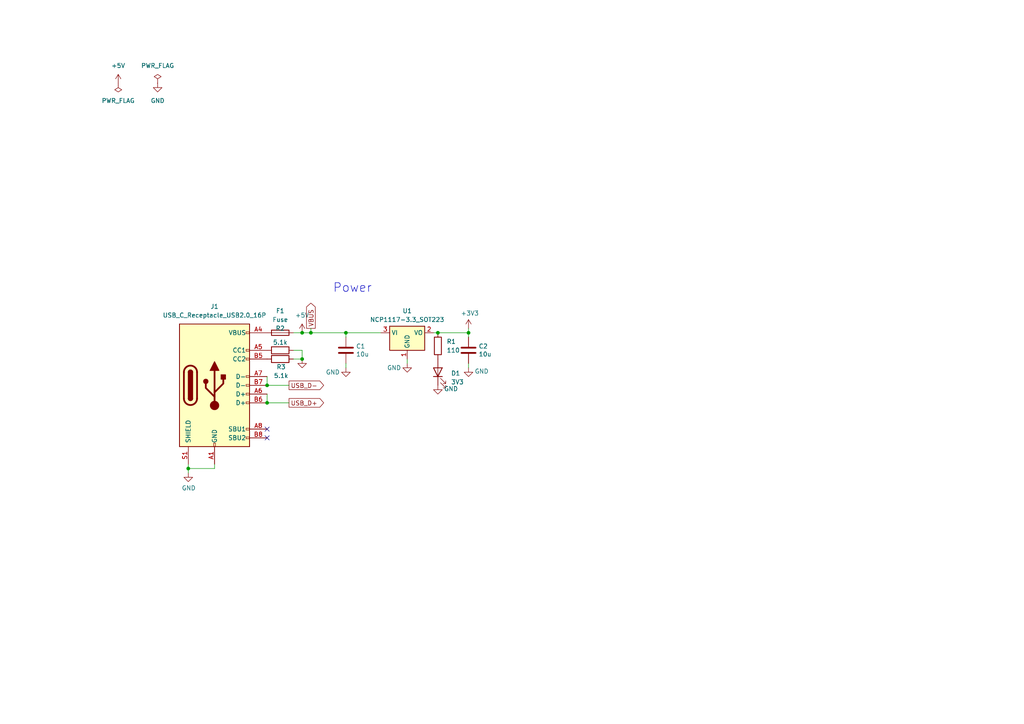
<source format=kicad_sch>
(kicad_sch (version 20250114) (generator "eeschema") (generator_version "9.0")
  (paper "A4")
  (lib_symbols
    (symbol "Connector:USB_C_Receptacle_USB2.0_16P" (pin_names (offset 1.016))
      (property "Reference" "J" (at 0 22.225 0))
      (property "Value" "USB_C_Receptacle_USB2.0_16P" (at 0 19.685 0))
      (symbol "USB_C_Receptacle_USB2.0_16P_0_0"
        (rectangle (start -0.254 -17.78) (end 0.254 -16.764))
        (rectangle (start 10.16 15.494) (end 9.144 14.986))
        (rectangle (start 10.16 10.414) (end 9.144 9.906))
        (rectangle (start 10.16 7.874) (end 9.144 7.366))
        (rectangle (start 10.16 2.794) (end 9.144 2.286))
        (rectangle (start 10.16 0.254) (end 9.144 -0.254))
        (rectangle (start 10.16 -2.286) (end 9.144 -2.794))
        (rectangle (start 10.16 -4.826) (end 9.144 -5.334))
        (rectangle (start 10.16 -12.446) (end 9.144 -12.954))
        (rectangle (start 10.16 -14.986) (end 9.144 -15.494))
      )
      (symbol "USB_C_Receptacle_USB2.0_16P_0_1"
        (rectangle (start -10.16 17.78) (end 10.16 -17.78) (stroke (width 0.254)) (fill (type background)))
        (polyline (pts (xy -8.89 -3.81) (xy -8.89 3.81)) (stroke (width 0.508)))
        (rectangle (start -7.62 -3.81) (end -6.35 3.81) (stroke (width 0.254)) (fill (type outline)))
        (arc (start -7.62 3.81) (mid -6.985 4.4423) (end -6.35 3.81) (stroke (width 0.254)))
        (arc (start -7.62 3.81) (mid -6.985 4.4423) (end -6.35 3.81) (stroke (width 0.254)) (fill (type outline)))
        (arc (start -8.89 3.81) (mid -6.985 5.7067) (end -5.08 3.81) (stroke (width 0.508)))
        (arc (start -5.08 -3.81) (mid -6.985 -5.7067) (end -8.89 -3.81) (stroke (width 0.508)))
        (arc (start -6.35 -3.81) (mid -6.985 -4.4423) (end -7.62 -3.81) (stroke (width 0.254)))
        (arc (start -6.35 -3.81) (mid -6.985 -4.4423) (end -7.62 -3.81) (stroke (width 0.254)) (fill (type outline)))
        (polyline (pts (xy -5.08 3.81) (xy -5.08 -3.81)) (stroke (width 0.508)))
        (circle (center -2.54 1.143) (radius 0.635) (stroke (width 0.254)) (fill (type outline)))
        (polyline (pts (xy -1.27 4.318) (xy 0 6.858) (xy 1.27 4.318) (xy -1.27 4.318)) (stroke (width 0.254)) (fill (type outline)))
        (polyline (pts (xy 0 -2.032) (xy 2.54 0.508) (xy 2.54 1.778)) (stroke (width 0.508)))
        (polyline (pts (xy 0 -3.302) (xy -2.54 -0.762) (xy -2.54 0.508)) (stroke (width 0.508)))
        (polyline (pts (xy 0 -5.842) (xy 0 4.318)) (stroke (width 0.508)))
        (circle (center 0 -5.842) (radius 1.27) (fill (type outline)))
        (rectangle (start 1.905 1.778) (end 3.175 3.048) (stroke (width 0.254)) (fill (type outline)))
      )
      (symbol "USB_C_Receptacle_USB2.0_16P_1_1"
        (pin passive line (at -7.62 -22.86 90) (length 5.08) (name "SHIELD") (number "S1"))
        (pin passive line (at 0 -22.86 90) (length 5.08) (name "GND") (number "A1"))
        (pin passive line (at 0 -22.86 90) (length 5.08) (hide yes) (name "GND") (number "A12"))
        (pin passive line (at 0 -22.86 90) (length 5.08) (hide yes) (name "GND") (number "B1"))
        (pin passive line (at 0 -22.86 90) (length 5.08) (hide yes) (name "GND") (number "B12"))
        (pin passive line (at 15.24 15.24 180) (length 5.08) (name "VBUS") (number "A4"))
        (pin passive line (at 15.24 15.24 180) (length 5.08) (hide yes) (name "VBUS") (number "A9"))
        (pin passive line (at 15.24 15.24 180) (length 5.08) (hide yes) (name "VBUS") (number "B4"))
        (pin passive line (at 15.24 15.24 180) (length 5.08) (hide yes) (name "VBUS") (number "B9"))
        (pin bidirectional line (at 15.24 10.16 180) (length 5.08) (name "CC1") (number "A5"))
        (pin bidirectional line (at 15.24 7.62 180) (length 5.08) (name "CC2") (number "B5"))
        (pin bidirectional line (at 15.24 2.54 180) (length 5.08) (name "D-") (number "A7"))
        (pin bidirectional line (at 15.24 0 180) (length 5.08) (name "D-") (number "B7"))
        (pin bidirectional line (at 15.24 -2.54 180) (length 5.08) (name "D+") (number "A6"))
        (pin bidirectional line (at 15.24 -5.08 180) (length 5.08) (name "D+") (number "B6"))
        (pin bidirectional line (at 15.24 -12.7 180) (length 5.08) (name "SBU1") (number "A8"))
        (pin bidirectional line (at 15.24 -15.24 180) (length 5.08) (name "SBU2") (number "B8"))
      )
    )
    (symbol "Device:C" (pin_numbers (hide yes)) (pin_names (offset 0.254))
      (property "Reference" "C" (at 0.635 2.54 0))
      (property "Value" "C" (at 0.635 -2.54 0))
      (symbol "C_0_1"
        (polyline (pts (xy -2.032 0.762) (xy 2.032 0.762)) (stroke (width 0.508)))
        (polyline (pts (xy -2.032 -0.762) (xy 2.032 -0.762)) (stroke (width 0.508)))
      )
      (symbol "C_1_1"
        (pin passive line (at 0 3.81 270) (length 2.794) (name "~") (number "1"))
        (pin passive line (at 0 -3.81 90) (length 2.794) (name "~") (number "2"))
      )
    )
    (symbol "Device:Fuse" (pin_numbers (hide yes)) (pin_names (offset 0))
      (property "Reference" "F" (at 2.032 0 90))
      (property "Value" "Fuse" (at -1.905 0 90))
      (symbol "Fuse_0_1"
        (rectangle (start -0.762 -2.54) (end 0.762 2.54) (stroke (width 0.254)))
        (polyline (pts (xy 0 2.54) (xy 0 -2.54)))
      )
      (symbol "Fuse_1_1"
        (pin passive line (at 0 3.81 270) (length 1.27) (name "~") (number "1"))
        (pin passive line (at 0 -3.81 90) (length 1.27) (name "~") (number "2"))
      )
    )
    (symbol "Device:LED" (pin_numbers (hide yes)) (pin_names (offset 1.016) (hide yes))
      (property "Reference" "D" (at 0 2.54 0))
      (property "Value" "LED" (at 0 -2.54 0))
      (symbol "LED_0_1"
        (polyline (pts (xy -3.048 -0.762) (xy -4.572 -2.286) (xy -3.81 -2.286) (xy -4.572 -2.286) (xy -4.572 -1.524)))
        (polyline (pts (xy -1.778 -0.762) (xy -3.302 -2.286) (xy -2.54 -2.286) (xy -3.302 -2.286) (xy -3.302 -1.524)))
        (polyline (pts (xy -1.27 0) (xy 1.27 0)))
        (polyline (pts (xy -1.27 -1.27) (xy -1.27 1.27)) (stroke (width 0.254)))
        (polyline (pts (xy 1.27 -1.27) (xy 1.27 1.27) (xy -1.27 0) (xy 1.27 -1.27)) (stroke (width 0.254)))
      )
      (symbol "LED_1_1"
        (pin passive line (at -3.81 0 0) (length 2.54) (name "K") (number "1"))
        (pin passive line (at 3.81 0 180) (length 2.54) (name "A") (number "2"))
      )
    )
    (symbol "Device:R" (pin_numbers (hide yes)) (pin_names (offset 0))
      (property "Reference" "R" (at 2.032 0 90))
      (property "Value" "R" (at 0 0 90))
      (symbol "R_0_1"
        (rectangle (start -1.016 -2.54) (end 1.016 2.54) (stroke (width 0.254)))
      )
      (symbol "R_1_1"
        (pin passive line (at 0 3.81 270) (length 1.27) (name "~") (number "1"))
        (pin passive line (at 0 -3.81 90) (length 1.27) (name "~") (number "2"))
      )
    )
    (symbol "GND_1" (power) (pin_numbers (hide yes)) (pin_names (offset 0) (hide yes))
      (property "Value" "GND" (at 0 -3.81 0))
      (symbol "GND_1_0_1"
        (polyline (pts (xy 0 0) (xy 0 -1.27) (xy 1.27 -1.27) (xy 0 -2.54) (xy -1.27 -1.27) (xy 0 -1.27)))
      )
      (symbol "GND_1_1_1"
        (pin power_in line (at 0 0 270) (length 0) (name "~") (number "1"))
      )
    )
    (symbol "GND_2" (power) (pin_numbers (hide yes)) (pin_names (offset 0) (hide yes))
      (property "Value" "GND" (at 0 -3.81 0))
      (symbol "GND_2_0_1"
        (polyline (pts (xy 0 0) (xy 0 -1.27) (xy 1.27 -1.27) (xy 0 -2.54) (xy -1.27 -1.27) (xy 0 -1.27)))
      )
      (symbol "GND_2_1_1"
        (pin power_in line (at 0 0 270) (length 0) (name "~") (number "1"))
      )
    )
    (symbol "Regulator_Linear:NCP1117-3.3_SOT223"
      (property "Reference" "U" (at -3.81 3.175 0))
      (property "Value" "NCP1117-3.3_SOT223" (at 0 3.175 0))
      (symbol "NCP1117-3.3_SOT223_0_1"
        (rectangle (start -5.08 -5.08) (end 5.08 1.905) (stroke (width 0.254)) (fill (type background)))
      )
      (symbol "NCP1117-3.3_SOT223_1_1"
        (pin power_in line (at -7.62 0 0) (length 2.54) (name "VI") (number "3"))
        (pin power_in line (at 0 -7.62 90) (length 2.54) (name "GND") (number "1"))
        (pin power_out line (at 7.62 0 180) (length 2.54) (name "VO") (number "2"))
      )
    )
    (symbol "power:+3V3" (power) (pin_names (offset 0))
      (property "Value" "+3V3" (at 0 3.556 0))
      (symbol "+3V3_0_1"
        (polyline (pts (xy -0.762 1.27) (xy 0 2.54)))
        (polyline (pts (xy 0 2.54) (xy 0.762 1.27)))
        (polyline (pts (xy 0 0) (xy 0 2.54)))
      )
      (symbol "+3V3_1_1"
        (pin power_in line (at 0 0 90) (length 0) (hide yes) (name "+3V3") (number "1"))
      )
    )
    (symbol "power:+5V" (power) (pin_numbers (hide yes)) (pin_names (offset 0) (hide yes))
      (property "Value" "+5V" (at 0 3.556 0))
      (symbol "+5V_0_1"
        (polyline (pts (xy -0.762 1.27) (xy 0 2.54)))
        (polyline (pts (xy 0 2.54) (xy 0.762 1.27)))
        (polyline (pts (xy 0 0) (xy 0 2.54)))
      )
      (symbol "+5V_1_1"
        (pin power_in line (at 0 0 90) (length 0) (name "~") (number "1"))
      )
    )
    (symbol "power:GND" (power) (pin_names (offset 0))
      (property "Value" "GND" (at 0 -3.81 0))
      (symbol "GND_0_1"
        (polyline (pts (xy 0 0) (xy 0 -1.27) (xy 1.27 -1.27) (xy 0 -2.54) (xy -1.27 -1.27) (xy 0 -1.27)))
      )
      (symbol "GND_1_1"
        (pin power_in line (at 0 0 270) (length 0) (hide yes) (name "GND") (number "1"))
      )
    )
    (symbol "power:PWR_FLAG" (power) (pin_numbers (hide yes)) (pin_names (offset 0) (hide yes))
      (property "Value" "PWR_FLAG" (at 0 3.81 0))
      (symbol "PWR_FLAG_0_0"
        (pin power_out line (at 0 0 90) (length 0) (name "~") (number "1"))
      )
      (symbol "PWR_FLAG_0_1"
        (polyline (pts (xy 0 0) (xy 0 1.27) (xy -1.016 1.905) (xy 0 2.54) (xy 1.016 1.905) (xy 0 1.27)))
      )
    )
  )
  (text "Power" (at 96.52 85.09 0) (effects (font (size 2.54 2.54)) (justify left bottom)))
  (junction (at 127 96.52))
  (junction (at 77.47 111.76))
  (junction (at 87.63 104.14))
  (junction (at 90.17 96.52))
  (junction (at 87.63 96.52))
  (junction (at 135.89 96.52))
  (junction (at 100.33 96.52))
  (junction (at 77.47 116.84))
  (junction (at 54.61 135.89))
  (no_connect (at 77.47 124.46))
  (no_connect (at 77.47 127))
  (wire (pts (xy 77.47 111.76) (xy 83.82 111.76)))
  (wire (pts (xy 77.47 109.22) (xy 77.47 111.76)))
  (wire (pts (xy 127 96.52) (xy 135.89 96.52)))
  (wire (pts (xy 100.33 105.41) (xy 100.33 106.68)))
  (wire (pts (xy 118.11 104.14) (xy 118.11 105.41)))
  (wire (pts (xy 100.33 97.79) (xy 100.33 96.52)))
  (wire (pts (xy 54.61 134.62) (xy 54.61 135.89)))
  (wire (pts (xy 54.61 135.89) (xy 62.23 135.89)))
  (wire (pts (xy 135.89 105.41) (xy 135.89 106.68)))
  (wire (pts (xy 135.89 97.79) (xy 135.89 96.52)))
  (wire (pts (xy 77.47 114.3) (xy 77.47 116.84)))
  (wire (pts (xy 90.17 95.25) (xy 90.17 96.52)))
  (wire (pts (xy 110.49 96.52) (xy 100.33 96.52)))
  (wire (pts (xy 87.63 96.52) (xy 90.17 96.52)))
  (wire (pts (xy 85.09 101.6) (xy 87.63 101.6)))
  (wire (pts (xy 77.47 116.84) (xy 83.82 116.84)))
  (wire (pts (xy 125.73 96.52) (xy 127 96.52)))
  (wire (pts (xy 54.61 135.89) (xy 54.61 137.16)))
  (wire (pts (xy 85.09 104.14) (xy 87.63 104.14)))
  (wire (pts (xy 87.63 101.6) (xy 87.63 104.14)))
  (wire (pts (xy 85.09 96.52) (xy 87.63 96.52)))
  (wire (pts (xy 90.17 96.52) (xy 100.33 96.52)))
  (wire (pts (xy 135.89 96.52) (xy 135.89 95.25)))
  (wire (pts (xy 62.23 135.89) (xy 62.23 134.62)))
  (global_label "VBUS" (shape output) (at 90.17 95.25 90) (property "Intersheetrefs" "${INTERSHEET_REFS}" (effects (hide yes))))
  (global_label "USB_D+" (shape output) (at 83.82 116.84 0) (property "Intersheetrefs" "${INTERSHEET_REFS}" (effects (hide yes))))
  (global_label "USB_D-" (shape output) (at 83.82 111.76 0) (property "Intersheetrefs" "${INTERSHEET_REFS}" (effects (hide yes))))
  (symbol (lib_id "Regulator_Linear:NCP1117-3.3_SOT223") (at 118.11 96.52 0) (unit 1)
    (property "Reference" "U1" (at 118.11 90.17 0))
    (property "Value" "NCP1117-3.3_SOT223" (at 118.11 92.71 0))
    (property "Footprint" "Package_TO_SOT_SMD:SOT-223-3_TabPin2" (effects (hide yes)))
    (property "Datasheet" "http://www.onsemi.com/pub_link/Collateral/NCP1117-D.PDF" (effects (hide yes)))
    (property "Description" "1A Low drop-out regulator, Fixed Output 3.3V, SOT-223" (effects (hide yes)))
  )
  (symbol (lib_id "Device:R") (at 127 100.33 0) (unit 1)
    (property "Reference" "R1" (at 129.54 99.0599 0) (effects (justify left)))
    (property "Value" "110" (at 129.54 101.5999 0) (effects (justify left)))
    (property "Footprint" "Resistor_SMD:R_0603_1608Metric" (effects (hide yes)))
    (property "Description" "Resistor" (effects (hide yes)))
  )
  (symbol (lib_id "Device:R") (at 81.28 101.6 90) (unit 1)
    (property "Reference" "R2" (at 81.28 95.25 90))
    (property "Value" "5.1k" (at 81.28 99.314 90))
    (property "Footprint" "Resistor_SMD:R_0603_1608Metric" (effects (hide yes)))
    (property "Description" "Resistor" (effects (hide yes)))
  )
  (symbol (lib_id "Device:C") (at 135.89 101.6 0) (unit 1)
    (property "Reference" "C2" (at 138.811 100.4316 0) (effects (justify left)))
    (property "Value" "10u" (at 138.811 102.743 0) (effects (justify left)))
    (property "Footprint" "Capacitor_SMD:C_0805_2012Metric" (effects (hide yes)))
  )
  (symbol (lib_id "power:GND") (at 100.33 106.68 0) (unit 1)
    (property "Reference" "#PWR07" (effects (hide yes)))
    (property "Value" "GND" (at 96.52 107.95 0))
  )
  (symbol (lib_id "Device:Fuse") (at 81.28 96.52 90) (unit 1)
    (property "Reference" "F1" (at 81.28 90.17 90))
    (property "Value" "Fuse" (at 81.28 92.71 90))
    (property "Footprint" "Fuse:Fuse_0603_1608Metric_Pad1.05x0.95mm_HandSolder" (effects (hide yes)))
    (property "Description" "Fuse" (effects (hide yes)))
  )
  (symbol (lib_id "Device:LED") (at 127 107.95 90) (unit 1)
    (property "Reference" "D1" (at 130.81 108.2674 90) (effects (justify right)))
    (property "Value" "3V3" (at 130.81 110.8074 90) (effects (justify right)))
    (property "Footprint" "LED_SMD:LED_0603_1608Metric" (effects (hide yes)))
    (property "Description" "Light emitting diode" (effects (hide yes)))
  )
  (symbol (lib_id "power:GND") (at 127 111.76 0) (unit 1)
    (property "Reference" "#PWR09" (effects (hide yes)))
    (property "Value" "GND" (at 130.81 112.776 0))
  )
  (symbol (lib_id "power:GND") (at 118.11 105.41 0) (unit 1)
    (property "Reference" "#PWR06" (effects (hide yes)))
    (property "Value" "GND" (at 114.3 106.68 0))
  )
  (symbol (lib_id "power:+5V") (at 87.63 96.52 0) (unit 1)
    (property "Reference" "#PWR04" (effects (hide yes)))
    (property "Value" "+5V" (at 87.63 91.44 0))
    (property "Description" "Power symbol creates a global label with name \"+5V\"" (effects (hide yes)))
  )
  (symbol (lib_id "Device:C") (at 100.33 101.6 0) (unit 1)
    (property "Reference" "C1" (at 103.251 100.4316 0) (effects (justify left)))
    (property "Value" "10u" (at 103.251 102.743 0) (effects (justify left)))
    (property "Footprint" "Capacitor_SMD:C_0805_2012Metric" (effects (hide yes)))
  )
  (symbol (lib_id "Device:R") (at 81.28 104.14 270) (unit 1)
    (property "Reference" "R3" (at 81.534 106.426 90))
    (property "Value" "5.1k" (at 81.534 108.966 90))
    (property "Footprint" "Resistor_SMD:R_0603_1608Metric" (effects (hide yes)))
    (property "Description" "Resistor" (effects (hide yes)))
  )
  (symbol (lib_id "power:+5V") (at 34.29 24.13 0) (unit 1)
    (property "Reference" "#PWR01" (effects (hide yes)))
    (property "Value" "+5V" (at 34.29 19.05 0))
    (property "Description" "Power symbol creates a global label with name \"+5V\"" (effects (hide yes)))
  )
  (symbol (lib_id "power:GND") (at 135.89 106.68 0) (unit 1)
    (property "Reference" "#PWR08" (effects (hide yes)))
    (property "Value" "GND" (at 139.7 107.696 0))
  )
  (symbol (lib_id "power:+3V3") (at 135.89 95.25 0) (unit 1)
    (property "Reference" "#PWR03" (effects (hide yes)))
    (property "Value" "+3V3" (at 136.271 90.8558 0))
  )
  (symbol (lib_id "Connector:USB_C_Receptacle_USB2.0_16P") (at 62.23 111.76 0) (unit 1)
    (property "Reference" "J1" (at 62.23 88.9 0))
    (property "Value" "USB_C_Receptacle_USB2.0_16P" (at 62.23 91.44 0))
    (property "Footprint" "Connector_USB:USB_C_Receptacle_GCT_USB4085" (effects (hide yes)))
    (property "Datasheet" "https://www.usb.org/sites/default/files/documents/usb_type-c.zip" (effects (hide yes)))
    (property "Description" "USB 2.0-only 16P Type-C Receptacle connector" (effects (hide yes)))
  )
  (symbol (lib_id "power:PWR_FLAG") (at 34.29 24.13 180) (unit 1)
    (property "Reference" "#FLG01" (effects (hide yes)))
    (property "Value" "PWR_FLAG" (at 34.29 29.21 0))
    (property "Description" "Special symbol for telling ERC where power comes from" (effects (hide yes)))
  )
  (symbol (lib_id "power:PWR_FLAG") (at 45.72 24.13 0) (unit 1)
    (property "Reference" "#FLG02" (effects (hide yes)))
    (property "Value" "PWR_FLAG" (at 45.72 19.05 0))
    (property "Description" "Special symbol for telling ERC where power comes from" (effects (hide yes)))
  )
  (symbol (lib_name "GND_2") (lib_id "power:GND") (at 45.72 24.13 0) (unit 1)
    (property "Reference" "#PWR02" (effects (hide yes)))
    (property "Value" "GND" (at 45.72 29.21 0))
    (property "Description" "Power symbol creates a global label with name \"GND\" , ground" (effects (hide yes)))
  )
  (symbol (lib_name "GND_1") (lib_id "power:GND") (at 87.63 104.14 0) (unit 1)
    (property "Reference" "#PWR05" (effects (hide yes)))
    (property "Value" "GND" (effects (hide yes)))
    (property "Description" "Power symbol creates a global label with name \"GND\" , ground" (effects (hide yes)))
  )
  (symbol (lib_id "power:GND") (at 54.61 137.16 0) (unit 1)
    (property "Reference" "#PWR010" (effects (hide yes)))
    (property "Value" "GND" (at 54.737 141.5542 0))
  )
)
</source>
